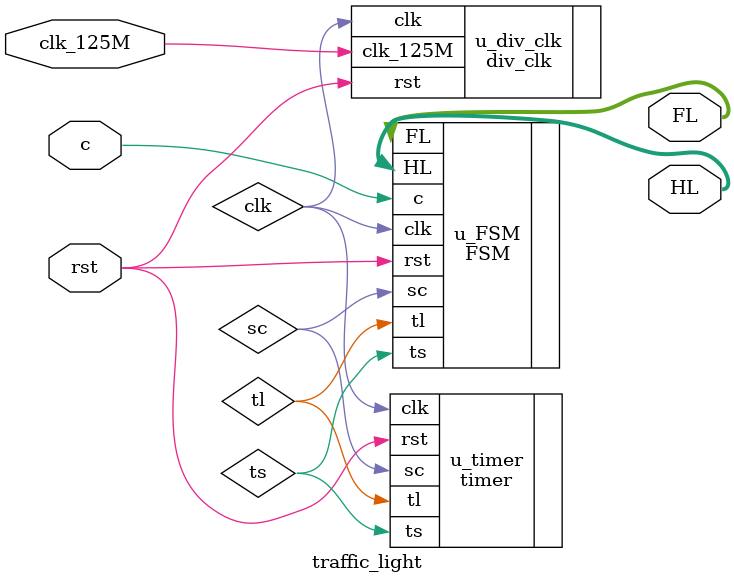
<source format=v>
`timescale 1ns/1ps
module traffic_light (
  clk_125M, rst, c, HL, FL, 
);
  input clk_125M, rst;
  input c;
  output [2:0]HL, FL;

  wire clk_125M, rst;
  wire c;
  wire [2:0]HL, FL;

  wire tl, ts;
  wire sc;
  wire clk;
  div_clk  u_div_clk (
      .clk_125M                ( clk_125M   ),
      .rst                     ( rst        ),

      .clk                     ( clk        )
  );

  FSM  u_FSM (
      .clk                     ( clk        ),
      .rst                     ( rst        ),
      .tl                      ( tl         ),
      .ts                      ( ts         ),
      .c                       ( c          ),

      .FL                      ( FL   [2:0] ),
      .HL                      ( HL   [2:0] ),
      .sc                      ( sc         )
  );

  timer  u_timer (
      .clk                     ( clk   ),
      .rst                     ( rst   ),
      .sc                      ( sc    ),

      .tl                      ( tl    ),
      .ts                      ( ts    )
  );
  
endmodule
</source>
